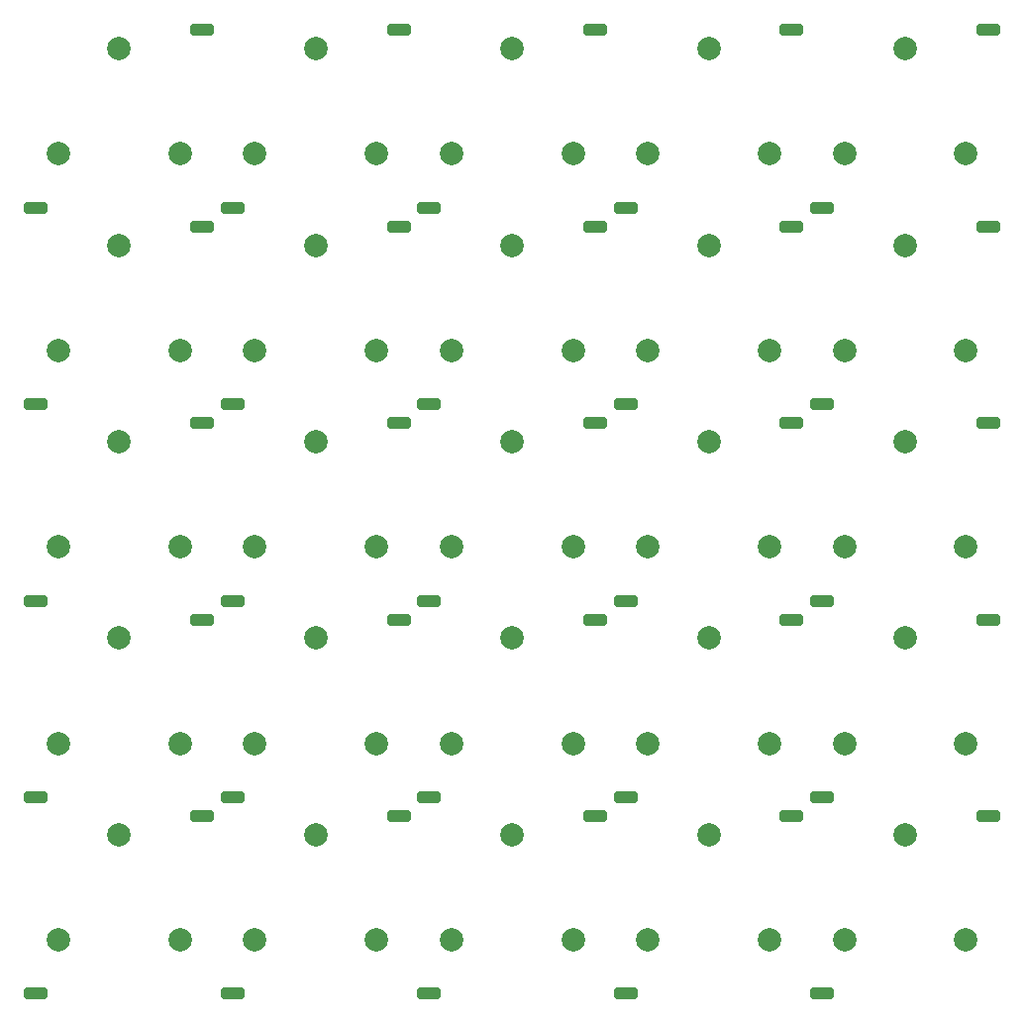
<source format=gbs>
G04 #@! TF.GenerationSoftware,KiCad,Pcbnew,7.0.9*
G04 #@! TF.CreationDate,2024-01-01T14:05:58+01:00*
G04 #@! TF.ProjectId,Nutzen,4e75747a-656e-42e6-9b69-6361645f7063,rev?*
G04 #@! TF.SameCoordinates,Original*
G04 #@! TF.FileFunction,Soldermask,Bot*
G04 #@! TF.FilePolarity,Negative*
%FSLAX46Y46*%
G04 Gerber Fmt 4.6, Leading zero omitted, Abs format (unit mm)*
G04 Created by KiCad (PCBNEW 7.0.9) date 2024-01-01 14:05:58*
%MOMM*%
%LPD*%
G01*
G04 APERTURE LIST*
G04 Aperture macros list*
%AMRoundRect*
0 Rectangle with rounded corners*
0 $1 Rounding radius*
0 $2 $3 $4 $5 $6 $7 $8 $9 X,Y pos of 4 corners*
0 Add a 4 corners polygon primitive as box body*
4,1,4,$2,$3,$4,$5,$6,$7,$8,$9,$2,$3,0*
0 Add four circle primitives for the rounded corners*
1,1,$1+$1,$2,$3*
1,1,$1+$1,$4,$5*
1,1,$1+$1,$6,$7*
1,1,$1+$1,$8,$9*
0 Add four rect primitives between the rounded corners*
20,1,$1+$1,$2,$3,$4,$5,0*
20,1,$1+$1,$4,$5,$6,$7,0*
20,1,$1+$1,$6,$7,$8,$9,0*
20,1,$1+$1,$8,$9,$2,$3,0*%
G04 Aperture macros list end*
%ADD10C,2.000000*%
%ADD11RoundRect,0.250000X0.750000X0.250000X-0.750000X0.250000X-0.750000X-0.250000X0.750000X-0.250000X0*%
G04 APERTURE END LIST*
D10*
X78400000Y-75200000D03*
X78400000Y-58400000D03*
D11*
X135900000Y-73600000D03*
X71300000Y-122400000D03*
D10*
X123600000Y-101000000D03*
X83600000Y-117800000D03*
D11*
X104900000Y-122400000D03*
D10*
X123600000Y-67400000D03*
D11*
X119100000Y-56800000D03*
D10*
X90000000Y-134600000D03*
X140400000Y-67400000D03*
X145600000Y-108800000D03*
X95200000Y-108800000D03*
D11*
X102300000Y-124000000D03*
D10*
X128800000Y-58400000D03*
D11*
X119100000Y-73600000D03*
D10*
X145600000Y-125600000D03*
X83600000Y-67400000D03*
X90000000Y-67400000D03*
D11*
X71300000Y-88800000D03*
X121700000Y-72000000D03*
D10*
X95200000Y-58400000D03*
D11*
X119100000Y-107200000D03*
D10*
X83600000Y-84200000D03*
D11*
X102300000Y-107200000D03*
D10*
X112000000Y-125600000D03*
X73200000Y-101000000D03*
D11*
X85500000Y-56800000D03*
X135900000Y-90400000D03*
X85500000Y-107200000D03*
X119100000Y-124000000D03*
D10*
X150800000Y-101000000D03*
X90000000Y-117800000D03*
X117200000Y-101000000D03*
X128800000Y-75200000D03*
D11*
X88100000Y-139200000D03*
X104900000Y-105600000D03*
D10*
X100400000Y-67400000D03*
D11*
X71300000Y-105600000D03*
X152700000Y-56800000D03*
D10*
X145600000Y-92000000D03*
D11*
X152700000Y-124000000D03*
X102300000Y-90400000D03*
D10*
X117200000Y-67400000D03*
X140400000Y-117800000D03*
D11*
X88100000Y-105600000D03*
D10*
X140400000Y-134600000D03*
D11*
X102300000Y-73600000D03*
D10*
X112000000Y-92000000D03*
X78400000Y-92000000D03*
D11*
X138500000Y-105600000D03*
X71300000Y-139200000D03*
D10*
X134000000Y-134600000D03*
D11*
X121700000Y-105600000D03*
X104900000Y-88800000D03*
D10*
X112000000Y-108800000D03*
X128800000Y-108800000D03*
D11*
X85500000Y-90400000D03*
D10*
X134000000Y-101000000D03*
X73200000Y-84200000D03*
D11*
X138500000Y-88800000D03*
X152700000Y-73600000D03*
D10*
X73200000Y-134600000D03*
X73200000Y-67400000D03*
X106800000Y-67400000D03*
X117200000Y-134600000D03*
X95200000Y-92000000D03*
X145600000Y-75200000D03*
X90000000Y-101000000D03*
D11*
X135900000Y-56800000D03*
X119100000Y-90400000D03*
D10*
X123600000Y-134600000D03*
X145600000Y-58400000D03*
X134000000Y-67400000D03*
D11*
X104900000Y-72000000D03*
D10*
X95200000Y-75200000D03*
X112000000Y-75200000D03*
D11*
X135900000Y-107200000D03*
D10*
X140400000Y-101000000D03*
D11*
X104900000Y-139200000D03*
D10*
X150800000Y-117800000D03*
D11*
X138500000Y-139200000D03*
D10*
X100400000Y-101000000D03*
X150800000Y-134600000D03*
X140400000Y-84200000D03*
X100400000Y-117800000D03*
X106800000Y-84200000D03*
X134000000Y-117800000D03*
X117200000Y-117800000D03*
X83600000Y-101000000D03*
D11*
X88100000Y-88800000D03*
D10*
X150800000Y-84200000D03*
X123600000Y-117800000D03*
D11*
X152700000Y-107200000D03*
X71300000Y-72000000D03*
D10*
X134000000Y-84200000D03*
D11*
X88100000Y-122400000D03*
D10*
X150800000Y-67400000D03*
X106800000Y-134600000D03*
D11*
X152700000Y-90400000D03*
D10*
X73200000Y-117800000D03*
X78400000Y-125600000D03*
X128800000Y-92000000D03*
D11*
X121700000Y-88800000D03*
X88100000Y-72000000D03*
D10*
X83600000Y-134600000D03*
D11*
X138500000Y-122400000D03*
D10*
X90000000Y-84200000D03*
D11*
X138500000Y-72000000D03*
X85500000Y-73600000D03*
D10*
X100400000Y-134600000D03*
X100400000Y-84200000D03*
X128800000Y-125600000D03*
D11*
X135900000Y-124000000D03*
X85500000Y-124000000D03*
D10*
X117200000Y-84200000D03*
D11*
X121700000Y-122400000D03*
D10*
X106800000Y-101000000D03*
X95200000Y-125600000D03*
D11*
X102300000Y-56800000D03*
D10*
X106800000Y-117800000D03*
D11*
X121700000Y-139200000D03*
D10*
X112000000Y-58400000D03*
X123600000Y-84200000D03*
X78400000Y-108800000D03*
M02*

</source>
